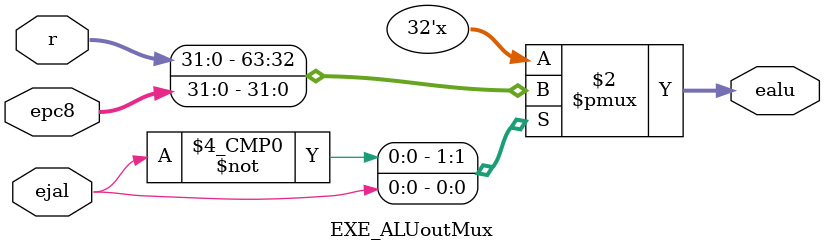
<source format=v>
`timescale 1ns / 1ps


module EXE_ALUoutMux(
    input [31:0] epc8,
    input [31:0] r,
    input ejal,
    output reg [31:0] ealu
    );
    
    always @ (*)
        begin
            case(ejal)
                1'b0: ealu = r;
                1'b1: ealu = epc8;
            endcase  
        end
endmodule

</source>
